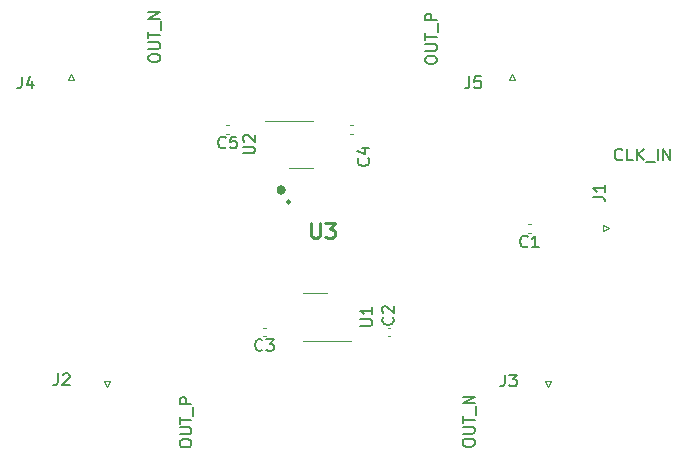
<source format=gbr>
%TF.GenerationSoftware,KiCad,Pcbnew,(6.0.1)*%
%TF.CreationDate,2022-03-10T14:05:26-07:00*%
%TF.ProjectId,RFSoC_directclocking,5246536f-435f-4646-9972-656374636c6f,rev?*%
%TF.SameCoordinates,Original*%
%TF.FileFunction,Legend,Top*%
%TF.FilePolarity,Positive*%
%FSLAX46Y46*%
G04 Gerber Fmt 4.6, Leading zero omitted, Abs format (unit mm)*
G04 Created by KiCad (PCBNEW (6.0.1)) date 2022-03-10 14:05:26*
%MOMM*%
%LPD*%
G01*
G04 APERTURE LIST*
%ADD10C,0.150000*%
%ADD11C,0.254000*%
%ADD12C,0.120000*%
%ADD13C,0.250000*%
G04 APERTURE END LIST*
D10*
X97144981Y-74091800D02*
G75*
G03*
X97144981Y-74091800I-91581J0D01*
G01*
X97280585Y-74091800D02*
G75*
G03*
X97280585Y-74091800I-227185J0D01*
G01*
X97376689Y-74091800D02*
G75*
G03*
X97376689Y-74091800I-323289J0D01*
G01*
X85812380Y-63017161D02*
X85812380Y-62826685D01*
X85860000Y-62731447D01*
X85955238Y-62636209D01*
X86145714Y-62588590D01*
X86479047Y-62588590D01*
X86669523Y-62636209D01*
X86764761Y-62731447D01*
X86812380Y-62826685D01*
X86812380Y-63017161D01*
X86764761Y-63112400D01*
X86669523Y-63207638D01*
X86479047Y-63255257D01*
X86145714Y-63255257D01*
X85955238Y-63207638D01*
X85860000Y-63112400D01*
X85812380Y-63017161D01*
X85812380Y-62160019D02*
X86621904Y-62160019D01*
X86717142Y-62112400D01*
X86764761Y-62064780D01*
X86812380Y-61969542D01*
X86812380Y-61779066D01*
X86764761Y-61683828D01*
X86717142Y-61636209D01*
X86621904Y-61588590D01*
X85812380Y-61588590D01*
X85812380Y-61255257D02*
X85812380Y-60683828D01*
X86812380Y-60969542D02*
X85812380Y-60969542D01*
X86907619Y-60588590D02*
X86907619Y-59826685D01*
X86812380Y-59588590D02*
X85812380Y-59588590D01*
X86812380Y-59017161D01*
X85812380Y-59017161D01*
X109231180Y-63171152D02*
X109231180Y-62980676D01*
X109278800Y-62885438D01*
X109374038Y-62790200D01*
X109564514Y-62742580D01*
X109897847Y-62742580D01*
X110088323Y-62790200D01*
X110183561Y-62885438D01*
X110231180Y-62980676D01*
X110231180Y-63171152D01*
X110183561Y-63266390D01*
X110088323Y-63361628D01*
X109897847Y-63409247D01*
X109564514Y-63409247D01*
X109374038Y-63361628D01*
X109278800Y-63266390D01*
X109231180Y-63171152D01*
X109231180Y-62314009D02*
X110040704Y-62314009D01*
X110135942Y-62266390D01*
X110183561Y-62218771D01*
X110231180Y-62123533D01*
X110231180Y-61933057D01*
X110183561Y-61837819D01*
X110135942Y-61790200D01*
X110040704Y-61742580D01*
X109231180Y-61742580D01*
X109231180Y-61409247D02*
X109231180Y-60837819D01*
X110231180Y-61123533D02*
X109231180Y-61123533D01*
X110326419Y-60742580D02*
X110326419Y-59980676D01*
X110231180Y-59742580D02*
X109231180Y-59742580D01*
X109231180Y-59361628D01*
X109278800Y-59266390D01*
X109326419Y-59218771D01*
X109421657Y-59171152D01*
X109564514Y-59171152D01*
X109659752Y-59218771D01*
X109707371Y-59266390D01*
X109754990Y-59361628D01*
X109754990Y-59742580D01*
X112431580Y-95579961D02*
X112431580Y-95389485D01*
X112479200Y-95294247D01*
X112574438Y-95199009D01*
X112764914Y-95151390D01*
X113098247Y-95151390D01*
X113288723Y-95199009D01*
X113383961Y-95294247D01*
X113431580Y-95389485D01*
X113431580Y-95579961D01*
X113383961Y-95675200D01*
X113288723Y-95770438D01*
X113098247Y-95818057D01*
X112764914Y-95818057D01*
X112574438Y-95770438D01*
X112479200Y-95675200D01*
X112431580Y-95579961D01*
X112431580Y-94722819D02*
X113241104Y-94722819D01*
X113336342Y-94675200D01*
X113383961Y-94627580D01*
X113431580Y-94532342D01*
X113431580Y-94341866D01*
X113383961Y-94246628D01*
X113336342Y-94199009D01*
X113241104Y-94151390D01*
X112431580Y-94151390D01*
X112431580Y-93818057D02*
X112431580Y-93246628D01*
X113431580Y-93532342D02*
X112431580Y-93532342D01*
X113526819Y-93151390D02*
X113526819Y-92389485D01*
X113431580Y-92151390D02*
X112431580Y-92151390D01*
X113431580Y-91579961D01*
X112431580Y-91579961D01*
X88453980Y-95632352D02*
X88453980Y-95441876D01*
X88501600Y-95346638D01*
X88596838Y-95251400D01*
X88787314Y-95203780D01*
X89120647Y-95203780D01*
X89311123Y-95251400D01*
X89406361Y-95346638D01*
X89453980Y-95441876D01*
X89453980Y-95632352D01*
X89406361Y-95727590D01*
X89311123Y-95822828D01*
X89120647Y-95870447D01*
X88787314Y-95870447D01*
X88596838Y-95822828D01*
X88501600Y-95727590D01*
X88453980Y-95632352D01*
X88453980Y-94775209D02*
X89263504Y-94775209D01*
X89358742Y-94727590D01*
X89406361Y-94679971D01*
X89453980Y-94584733D01*
X89453980Y-94394257D01*
X89406361Y-94299019D01*
X89358742Y-94251400D01*
X89263504Y-94203780D01*
X88453980Y-94203780D01*
X88453980Y-93870447D02*
X88453980Y-93299019D01*
X89453980Y-93584733D02*
X88453980Y-93584733D01*
X89549219Y-93203780D02*
X89549219Y-92441876D01*
X89453980Y-92203780D02*
X88453980Y-92203780D01*
X88453980Y-91822828D01*
X88501600Y-91727590D01*
X88549219Y-91679971D01*
X88644457Y-91632352D01*
X88787314Y-91632352D01*
X88882552Y-91679971D01*
X88930171Y-91727590D01*
X88977790Y-91822828D01*
X88977790Y-92203780D01*
X125922304Y-71502542D02*
X125874685Y-71550161D01*
X125731828Y-71597780D01*
X125636590Y-71597780D01*
X125493733Y-71550161D01*
X125398495Y-71454923D01*
X125350876Y-71359685D01*
X125303257Y-71169209D01*
X125303257Y-71026352D01*
X125350876Y-70835876D01*
X125398495Y-70740638D01*
X125493733Y-70645400D01*
X125636590Y-70597780D01*
X125731828Y-70597780D01*
X125874685Y-70645400D01*
X125922304Y-70693019D01*
X126827066Y-71597780D02*
X126350876Y-71597780D01*
X126350876Y-70597780D01*
X127160400Y-71597780D02*
X127160400Y-70597780D01*
X127731828Y-71597780D02*
X127303257Y-71026352D01*
X127731828Y-70597780D02*
X127160400Y-71169209D01*
X127922304Y-71693019D02*
X128684209Y-71693019D01*
X128922304Y-71597780D02*
X128922304Y-70597780D01*
X129398495Y-71597780D02*
X129398495Y-70597780D01*
X129969923Y-71597780D01*
X129969923Y-70597780D01*
%TO.C,C4*%
X104431142Y-71413666D02*
X104478761Y-71461285D01*
X104526380Y-71604142D01*
X104526380Y-71699380D01*
X104478761Y-71842238D01*
X104383523Y-71937476D01*
X104288285Y-71985095D01*
X104097809Y-72032714D01*
X103954952Y-72032714D01*
X103764476Y-71985095D01*
X103669238Y-71937476D01*
X103574000Y-71842238D01*
X103526380Y-71699380D01*
X103526380Y-71604142D01*
X103574000Y-71461285D01*
X103621619Y-71413666D01*
X103859714Y-70556523D02*
X104526380Y-70556523D01*
X103478761Y-70794619D02*
X104193047Y-71032714D01*
X104193047Y-70413666D01*
%TO.C,J4*%
X75089466Y-64499392D02*
X75089466Y-65213678D01*
X75041847Y-65356535D01*
X74946609Y-65451773D01*
X74803752Y-65499392D01*
X74708514Y-65499392D01*
X75994228Y-64832726D02*
X75994228Y-65499392D01*
X75756133Y-64451773D02*
X75518038Y-65166059D01*
X76137085Y-65166059D01*
%TO.C,J1*%
X123473119Y-74676339D02*
X124187405Y-74676339D01*
X124330262Y-74723958D01*
X124425500Y-74819196D01*
X124473119Y-74962053D01*
X124473119Y-75057291D01*
X124473119Y-73676339D02*
X124473119Y-74247767D01*
X124473119Y-73962053D02*
X123473119Y-73962053D01*
X123615977Y-74057291D01*
X123711215Y-74152529D01*
X123758834Y-74247767D01*
%TO.C,U1*%
X103767380Y-85597904D02*
X104576904Y-85597904D01*
X104672142Y-85550285D01*
X104719761Y-85502666D01*
X104767380Y-85407428D01*
X104767380Y-85216952D01*
X104719761Y-85121714D01*
X104672142Y-85074095D01*
X104576904Y-85026476D01*
X103767380Y-85026476D01*
X104767380Y-84026476D02*
X104767380Y-84597904D01*
X104767380Y-84312190D02*
X103767380Y-84312190D01*
X103910238Y-84407428D01*
X104005476Y-84502666D01*
X104053095Y-84597904D01*
%TO.C,C5*%
X92350333Y-70478142D02*
X92302714Y-70525761D01*
X92159857Y-70573380D01*
X92064619Y-70573380D01*
X91921761Y-70525761D01*
X91826523Y-70430523D01*
X91778904Y-70335285D01*
X91731285Y-70144809D01*
X91731285Y-70001952D01*
X91778904Y-69811476D01*
X91826523Y-69716238D01*
X91921761Y-69621000D01*
X92064619Y-69573380D01*
X92159857Y-69573380D01*
X92302714Y-69621000D01*
X92350333Y-69668619D01*
X93255095Y-69573380D02*
X92778904Y-69573380D01*
X92731285Y-70049571D01*
X92778904Y-70001952D01*
X92874142Y-69954333D01*
X93112238Y-69954333D01*
X93207476Y-70001952D01*
X93255095Y-70049571D01*
X93302714Y-70144809D01*
X93302714Y-70382904D01*
X93255095Y-70478142D01*
X93207476Y-70525761D01*
X93112238Y-70573380D01*
X92874142Y-70573380D01*
X92778904Y-70525761D01*
X92731285Y-70478142D01*
D11*
%TO.C,U3*%
X99595630Y-76901523D02*
X99595630Y-77929619D01*
X99656107Y-78050571D01*
X99716583Y-78111047D01*
X99837535Y-78171523D01*
X100079440Y-78171523D01*
X100200392Y-78111047D01*
X100260869Y-78050571D01*
X100321345Y-77929619D01*
X100321345Y-76901523D01*
X100805154Y-76901523D02*
X101591345Y-76901523D01*
X101168011Y-77385333D01*
X101349440Y-77385333D01*
X101470392Y-77445809D01*
X101530869Y-77506285D01*
X101591345Y-77627238D01*
X101591345Y-77929619D01*
X101530869Y-78050571D01*
X101470392Y-78111047D01*
X101349440Y-78171523D01*
X100986583Y-78171523D01*
X100865630Y-78111047D01*
X100805154Y-78050571D01*
D10*
%TO.C,U2*%
X93826380Y-70992904D02*
X94635904Y-70992904D01*
X94731142Y-70945285D01*
X94778761Y-70897666D01*
X94826380Y-70802428D01*
X94826380Y-70611952D01*
X94778761Y-70516714D01*
X94731142Y-70469095D01*
X94635904Y-70421476D01*
X93826380Y-70421476D01*
X93921619Y-69992904D02*
X93874000Y-69945285D01*
X93826380Y-69850047D01*
X93826380Y-69611952D01*
X93874000Y-69516714D01*
X93921619Y-69469095D01*
X94016857Y-69421476D01*
X94112095Y-69421476D01*
X94254952Y-69469095D01*
X94826380Y-70040523D01*
X94826380Y-69421476D01*
%TO.C,J3*%
X115998666Y-89722380D02*
X115998666Y-90436666D01*
X115951047Y-90579523D01*
X115855809Y-90674761D01*
X115712952Y-90722380D01*
X115617714Y-90722380D01*
X116379619Y-89722380D02*
X116998666Y-89722380D01*
X116665333Y-90103333D01*
X116808190Y-90103333D01*
X116903428Y-90150952D01*
X116951047Y-90198571D01*
X116998666Y-90293809D01*
X116998666Y-90531904D01*
X116951047Y-90627142D01*
X116903428Y-90674761D01*
X116808190Y-90722380D01*
X116522476Y-90722380D01*
X116427238Y-90674761D01*
X116379619Y-90627142D01*
%TO.C,C2*%
X106501142Y-84875666D02*
X106548761Y-84923285D01*
X106596380Y-85066142D01*
X106596380Y-85161380D01*
X106548761Y-85304238D01*
X106453523Y-85399476D01*
X106358285Y-85447095D01*
X106167809Y-85494714D01*
X106024952Y-85494714D01*
X105834476Y-85447095D01*
X105739238Y-85399476D01*
X105644000Y-85304238D01*
X105596380Y-85161380D01*
X105596380Y-85066142D01*
X105644000Y-84923285D01*
X105691619Y-84875666D01*
X105691619Y-84494714D02*
X105644000Y-84447095D01*
X105596380Y-84351857D01*
X105596380Y-84113761D01*
X105644000Y-84018523D01*
X105691619Y-83970904D01*
X105786857Y-83923285D01*
X105882095Y-83923285D01*
X106024952Y-83970904D01*
X106596380Y-84542333D01*
X106596380Y-83923285D01*
%TO.C,J5*%
X112986266Y-64476380D02*
X112986266Y-65190666D01*
X112938647Y-65333523D01*
X112843409Y-65428761D01*
X112700552Y-65476380D01*
X112605314Y-65476380D01*
X113938647Y-64476380D02*
X113462457Y-64476380D01*
X113414838Y-64952571D01*
X113462457Y-64904952D01*
X113557695Y-64857333D01*
X113795790Y-64857333D01*
X113891028Y-64904952D01*
X113938647Y-64952571D01*
X113986266Y-65047809D01*
X113986266Y-65285904D01*
X113938647Y-65381142D01*
X113891028Y-65428761D01*
X113795790Y-65476380D01*
X113557695Y-65476380D01*
X113462457Y-65428761D01*
X113414838Y-65381142D01*
%TO.C,C1*%
X117915333Y-78860142D02*
X117867714Y-78907761D01*
X117724857Y-78955380D01*
X117629619Y-78955380D01*
X117486761Y-78907761D01*
X117391523Y-78812523D01*
X117343904Y-78717285D01*
X117296285Y-78526809D01*
X117296285Y-78383952D01*
X117343904Y-78193476D01*
X117391523Y-78098238D01*
X117486761Y-78003000D01*
X117629619Y-77955380D01*
X117724857Y-77955380D01*
X117867714Y-78003000D01*
X117915333Y-78050619D01*
X118867714Y-78955380D02*
X118296285Y-78955380D01*
X118582000Y-78955380D02*
X118582000Y-77955380D01*
X118486761Y-78098238D01*
X118391523Y-78193476D01*
X118296285Y-78241095D01*
%TO.C,C3*%
X95464333Y-87623142D02*
X95416714Y-87670761D01*
X95273857Y-87718380D01*
X95178619Y-87718380D01*
X95035761Y-87670761D01*
X94940523Y-87575523D01*
X94892904Y-87480285D01*
X94845285Y-87289809D01*
X94845285Y-87146952D01*
X94892904Y-86956476D01*
X94940523Y-86861238D01*
X95035761Y-86766000D01*
X95178619Y-86718380D01*
X95273857Y-86718380D01*
X95416714Y-86766000D01*
X95464333Y-86813619D01*
X95797666Y-86718380D02*
X96416714Y-86718380D01*
X96083380Y-87099333D01*
X96226238Y-87099333D01*
X96321476Y-87146952D01*
X96369095Y-87194571D01*
X96416714Y-87289809D01*
X96416714Y-87527904D01*
X96369095Y-87623142D01*
X96321476Y-87670761D01*
X96226238Y-87718380D01*
X95940523Y-87718380D01*
X95845285Y-87670761D01*
X95797666Y-87623142D01*
%TO.C,J2*%
X78152666Y-89622380D02*
X78152666Y-90336666D01*
X78105047Y-90479523D01*
X78009809Y-90574761D01*
X77866952Y-90622380D01*
X77771714Y-90622380D01*
X78581238Y-89717619D02*
X78628857Y-89670000D01*
X78724095Y-89622380D01*
X78962190Y-89622380D01*
X79057428Y-89670000D01*
X79105047Y-89717619D01*
X79152666Y-89812857D01*
X79152666Y-89908095D01*
X79105047Y-90050952D01*
X78533619Y-90622380D01*
X79152666Y-90622380D01*
D12*
%TO.C,C4*%
X102922164Y-69321000D02*
X103137836Y-69321000D01*
X102922164Y-68601000D02*
X103137836Y-68601000D01*
%TO.C,J4*%
X78982800Y-64797000D02*
X79482800Y-64797000D01*
X79482800Y-64797000D02*
X79232800Y-64297000D01*
X79232800Y-64297000D02*
X78982800Y-64797000D01*
%TO.C,J1*%
X124770750Y-77343000D02*
X124270750Y-77093000D01*
X124270750Y-77593000D02*
X124770750Y-77343000D01*
X124270750Y-77093000D02*
X124270750Y-77593000D01*
%TO.C,U1*%
X100965000Y-82821000D02*
X98935000Y-82821000D01*
X102995000Y-86851000D02*
X98935000Y-86851000D01*
%TO.C,C5*%
X92624836Y-69321000D02*
X92409164Y-69321000D01*
X92624836Y-68601000D02*
X92409164Y-68601000D01*
D13*
%TO.C,U3*%
X97813250Y-75097000D02*
G75*
G03*
X97813250Y-75097000I-125000J0D01*
G01*
D12*
%TO.C,U2*%
X97724000Y-72246000D02*
X99754000Y-72246000D01*
X95694000Y-68216000D02*
X99754000Y-68216000D01*
%TO.C,J3*%
X119634000Y-90770000D02*
X119884000Y-90270000D01*
X119384000Y-90270000D02*
X119634000Y-90770000D01*
X119884000Y-90270000D02*
X119384000Y-90270000D01*
%TO.C,C2*%
X106064164Y-85746000D02*
X106279836Y-85746000D01*
X106064164Y-86466000D02*
X106279836Y-86466000D01*
%TO.C,J5*%
X116871600Y-64797000D02*
X116621600Y-64297000D01*
X116371600Y-64797000D02*
X116871600Y-64797000D01*
X116621600Y-64297000D02*
X116371600Y-64797000D01*
%TO.C,C1*%
X118189836Y-76983000D02*
X117974164Y-76983000D01*
X118189836Y-77703000D02*
X117974164Y-77703000D01*
%TO.C,C3*%
X95738836Y-85746000D02*
X95523164Y-85746000D01*
X95738836Y-86466000D02*
X95523164Y-86466000D01*
%TO.C,J2*%
X82546000Y-90270000D02*
X82046000Y-90270000D01*
X82296000Y-90770000D02*
X82546000Y-90270000D01*
X82046000Y-90270000D02*
X82296000Y-90770000D01*
%TD*%
M02*

</source>
